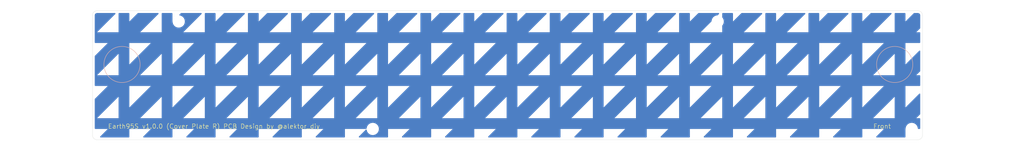
<source format=kicad_pcb>
(kicad_pcb (version 20240108) (generator "pcbnew") (generator_version "8.0")
  (layers (0 "F.Cu" signal) (31 "B.Cu" signal) (34 "B.Paste" user) (35 "F.Paste" user) (36 "B.SilkS" user "B.Silkscreen") (37 "F.SilkS" user "F.Silkscreen") (38 "B.Mask" user) (39 "F.Mask" user) (44 "Edge.Cuts" user))
  (net 0 "")
  (footprint "kbd_Hole:m2_Screw_Hole" (layer "F.Cu") (at 94.25 50.00625)
    (property "Reference" "Ref**" (hide yes))
    (property "Value" "Val**" (hide yes))
    (pad "" np_thru_hole circle (at 0 0) (size 2.2 2.2) (drill 2.2) (layers "F&B.Cu" "*.Mask"))
  )
  (footprint "kbd_Hole:m2_Screw_Hole" (layer "F.Cu") (at 213.3125 50.00625)
    (property "Reference" "Ref**" (hide yes))
    (property "Value" "Val**" (hide yes))
    (pad "" np_thru_hole circle (at 0 0) (size 2.2 2.2) (drill 2.2) (layers "F&B.Cu" "*.Mask"))
  )
  (footprint "kbd_Hole:m2_Screw_Hole" (layer "F.Cu") (at 170.45 26.19375)
    (property "Reference" "Ref**" (hide yes))
    (property "Value" "Val**" (hide yes))
    (pad "" np_thru_hole circle (at 0 0) (size 2.2 2.2) (drill 2.2) (layers "*.Cu" "*.Mask"))
  )
  (footprint "kbd_Hole:m2_Screw_Hole" (layer "F.Cu") (at 51.3875 26.19375)
    (property "Reference" "Ref**" (hide yes))
    (property "Value" "Val**" (hide yes))
    (pad "" np_thru_hole circle (at 0 0) (size 2.2 2.2) (drill 2.2) (layers "*.Cu" "*.Mask"))
  )
  (gr_circle (center 209.55 35.71875) (end 213.55 35.71875) (stroke (width 0.1)) (fill none) (layer "B.SilkS"))
  (gr_circle (center 38.8625 35.71875) (end 38.8625 39.71875) (stroke (width 0.1)) (fill none) (layer "B.SilkS"))
  (gr_arc (start 214.69375 23.8125) (mid 215.400857 24.105393) (end 215.69375 24.8125) (stroke (width 0.05)) (layer "Edge.Cuts"))
  (gr_arc (start 33.3375 52.3875) (mid 32.630393 52.094607) (end 32.3375 51.3875) (stroke (width 0.05)) (layer "Edge.Cuts"))
  (gr_arc (start 32.3375 24.8125) (mid 32.630393 24.105393) (end 33.3375 23.8125) (stroke (width 0.05)) (layer "Edge.Cuts"))
  (gr_line (start 215.69375 51.3875) (end 215.69375 24.8125) (stroke (width 0.05)) (layer "Edge.Cuts"))
  (gr_arc (start 215.69375 51.3875) (mid 215.400857 52.094607) (end 214.69375 52.3875) (stroke (width 0.05)) (layer "Edge.Cuts"))
  (gr_line (start 104.5 23.8125) (end 33.3375 23.8125) (stroke (width 0.05)) (layer "Edge.Cuts"))
  (gr_line (start 214.69375 23.8125) (end 104.5 23.8125) (stroke (width 0.05)) (layer "Edge.Cuts"))
  (gr_line (start 32.3375 24.8125) (end 32.3375 51.3875) (stroke (width 0.05)) (layer "Edge.Cuts"))
  (gr_line (start 214.69375 52.3875) (end 33.3375 52.3875) (stroke (width 0.05)) (layer "Edge.Cuts"))
  (gr_text "Earth95S v1.0.0 (Cover Plate R) PCB Design by @alektor_diy" (at 35.71875 50.00625 0) (layer "F.SilkS") (effects (font (size 1 1) (thickness 0.1)) (justify left bottom)))
  (gr_text "Front" (at 204.7875 50.00625 0) (layer "F.SilkS") (effects (font (size 1 1) (thickness 0.1)) (justify left bottom)))
  (zone (net 0) (net_name "") (layer "B.Cu") (connect_pads (clearance 0)) (min_thickness 0.25)
    (keepout (tracks allowed) (vias allowed) (pads allowed) (copperpour not_allowed) (footprints allowed))
    (fill (thermal_gap 0.5) (thermal_bridge_width 0.5))
    (polygon (pts (xy 78.58125 21.43125) (xy 78.58125 26.19375) (xy 83.34375 21.43125)))
  )
  (zone (net 0) (net_name "") (layer "B.Cu") (connect_pads (clearance 0)) (min_thickness 0.25)
    (keepout (tracks allowed) (vias allowed) (pads allowed) (copperpour not_allowed) (footprints allowed))
    (fill (thermal_gap 0.5) (thermal_bridge_width 0.5))
    (polygon (pts (xy 183.35625 30.95625) (xy 183.35625 35.71875) (xy 188.11875 30.95625)))
  )
  (zone (net 0) (net_name "") (layer "B.Cu") (connect_pads (clearance 0)) (min_thickness 0.25)
    (keepout (tracks allowed) (vias allowed) (pads allowed) (copperpour not_allowed) (footprints allowed))
    (fill (thermal_gap 0.5) (thermal_bridge_width 0.5))
    (polygon (pts (xy 190.5 23.8125) (xy 185.7375 28.575) (xy 190.5 28.575)))
  )
  (zone (net 0) (net_name "") (layer "B.Cu") (connect_pads (clearance 0)) (min_thickness 0.25)
    (keepout (tracks allowed) (vias allowed) (pads allowed) (copperpour not_allowed) (footprints allowed))
    (fill (thermal_gap 0.5) (thermal_bridge_width 0.5))
    (polygon (pts (xy 183.35625 21.43125) (xy 183.35625 26.19375) (xy 188.11875 21.43125)))
  )
  (zone (net 0) (net_name "") (layer "B.Cu") (connect_pads (clearance 0)) (min_thickness 0.25)
    (keepout (tracks allowed) (vias allowed) (pads allowed) (copperpour not_allowed) (footprints allowed))
    (fill (thermal_gap 0.5) (thermal_bridge_width 0.5))
    (polygon (pts (xy 59.53125 40.48125) (xy 59.53125 45.24375) (xy 64.29375 40.48125)))
  )
  (zone (net 0) (net_name "") (layer "B.Cu") (connect_pads (clearance 0)) (min_thickness 0.25)
    (keepout (tracks allowed) (vias allowed) (pads allowed) (copperpour not_allowed) (footprints allowed))
    (fill (thermal_gap 0.5) (thermal_bridge_width 0.5))
    (polygon (pts (xy 123.825 33.3375) (xy 119.0625 38.1) (xy 123.825 38.1)))
  )
  (zone (net 0) (net_name "") (layer "B.Cu") (connect_pads (clearance 0)) (min_thickness 0.25)
    (keepout (tracks allowed) (vias allowed) (pads allowed) (copperpour not_allowed) (footprints allowed))
    (fill (thermal_gap 0.5) (thermal_bridge_width 0.5))
    (polygon (pts (xy 95.25 42.8625) (xy 90.4875 47.625) (xy 95.25 47.625)))
  )
  (zone (net 0) (net_name "") (layer "B.Cu") (connect_pads (clearance 0)) (min_thickness 0.25)
    (keepout (tracks allowed) (vias allowed) (pads allowed) (copperpour not_allowed) (footprints allowed))
    (fill (thermal_gap 0.5) (thermal_bridge_width 0.5))
    (polygon (pts (xy 57.15 23.8125) (xy 52.3875 28.575) (xy 57.15 28.575)))
  )
  (zone (net 0) (net_name "") (layer "B.Cu") (connect_pads (clearance 0)) (min_thickness 0.25)
    (keepout (tracks allowed) (vias allowed) (pads allowed) (copperpour not_allowed) (footprints allowed))
    (fill (thermal_gap 0.5) (thermal_bridge_width 0.5))
    (polygon (pts (xy 171.45 33.3375) (xy 166.6875 38.1) (xy 171.45 38.1)))
  )
  (zone (net 0) (net_name "") (layer "B.Cu") (connect_pads (clearance 0)) (min_thickness 0.25)
    (keepout (tracks allowed) (vias allowed) (pads allowed) (copperpour not_allowed) (footprints allowed))
    (fill (thermal_gap 0.5) (thermal_bridge_width 0.5))
    (polygon (pts (xy 238.125 42.8625) (xy 233.3625 47.625) (xy 238.125 47.625)))
  )
  (zone (net 0) (net_name "") (layer "B.Cu") (connect_pads (clearance 0)) (min_thickness 0.25)
    (keepout (tracks allowed) (vias allowed) (pads allowed) (copperpour not_allowed) (footprints allowed))
    (fill (thermal_gap 0.5) (thermal_bridge_width 0.5))
    (polygon (pts (xy 202.40625 50.00625) (xy 202.40625 54.76875) (xy 207.16875 50.00625)))
  )
  (zone (net 0) (net_name "") (layer "B.Cu") (connect_pads (clearance 0)) (min_thickness 0.25)
    (keepout (tracks allowed) (vias allowed) (pads allowed) (copperpour not_allowed) (footprints allowed))
    (fill (thermal_gap 0.5) (thermal_bridge_width 0.5))
    (polygon (pts (xy 116.68125 21.43125) (xy 116.68125 26.19375) (xy 121.44375 21.43125)))
  )
  (zone (net 0) (net_name "") (layer "B.Cu") (connect_pads (clearance 0)) (min_thickness 0.25)
    (keepout (tracks allowed) (vias allowed) (pads allowed) (copperpour not_allowed) (footprints allowed))
    (fill (thermal_gap 0.5) (thermal_bridge_width 0.5))
    (polygon (pts (xy 78.58125 40.48125) (xy 78.58125 45.24375) (xy 83.34375 40.48125)))
  )
  (zone (net 0) (net_name "") (layer "B.Cu") (connect_pads (clearance 0)) (min_thickness 0.25)
    (keepout (tracks allowed) (vias allowed) (pads allowed) (copperpour not_allowed) (footprints allowed))
    (fill (thermal_gap 0.5) (thermal_bridge_width 0.5))
    (polygon (pts (xy 69.05625 21.43125) (xy 69.05625 26.19375) (xy 73.81875 21.43125)))
  )
  (zone (net 0) (net_name "") (layer "B.Cu") (connect_pads (clearance 0)) (min_thickness 0.25)
    (keepout (tracks allowed) (vias allowed) (pads allowed) (copperpour not_allowed) (footprints allowed))
    (fill (thermal_gap 0.5) (thermal_bridge_width 0.5))
    (polygon (pts (xy 88.10625 30.95625) (xy 88.10625 35.71875) (xy 92.86875 30.95625)))
  )
  (zone (net 0) (net_name "") (layer "B.Cu") (connect_pads (clearance 0)) (min_thickness 0.25)
    (keepout (tracks allowed) (vias allowed) (pads allowed) (copperpour not_allowed) (footprints allowed))
    (fill (thermal_gap 0.5) (thermal_bridge_width 0.5))
    (polygon (pts (xy 66.675 23.8125) (xy 61.9125 28.575) (xy 66.675 28.575)))
  )
  (zone (net 0) (net_name "") (layer "B.Cu") (connect_pads (clearance 0)) (min_thickness 0.25)
    (keepout (tracks allowed) (vias allowed) (pads allowed) (copperpour not_allowed) (footprints allowed))
    (fill (thermal_gap 0.5) (thermal_bridge_width 0.5))
    (polygon (pts (xy 76.2 33.3375) (xy 71.4375 38.1) (xy 76.2 38.1)))
  )
  (zone (net 0) (net_name "") (layer "B.Cu") (connect_pads (clearance 0)) (min_thickness 0.25)
    (keepout (tracks allowed) (vias allowed) (pads allowed) (copperpour not_allowed) (footprints allowed))
    (fill (thermal_gap 0.5) (thermal_bridge_width 0.5))
    (polygon (pts (xy 85.725 33.3375) (xy 80.9625 38.1) (xy 85.725 38.1)))
  )
  (zone (net 0) (net_name "") (layer "B.Cu") (connect_pads (clearance 0)) (min_thickness 0.25)
    (keepout (tracks allowed) (vias allowed) (pads allowed) (copperpour not_allowed) (footprints allowed))
    (fill (thermal_gap 0.5) (thermal_bridge_width 0.5))
    (polygon (pts (xy 85.725 23.8125) (xy 80.9625 28.575) (xy 85.725 28.575)))
  )
  (zone (net 0) (net_name "") (layer "B.Cu") (connect_pads (clearance 0)) (min_thickness 0.25)
    (keepout (tracks allowed) (vias allowed) (pads allowed) (copperpour not_allowed) (footprints allowed))
    (fill (thermal_gap 0.5) (thermal_bridge_width 0.5))
    (polygon (pts (xy 40.48125 21.43125) (xy 40.48125 26.19375) (xy 45.24375 21.43125)))
  )
  (zone (net 0) (net_name "") (layer "B.Cu") (connect_pads (clearance 0.5)) (min_thickness 0.25) (fill yes (thermal_gap 0.5) (thermal_bridge_width 0.5) (island_removal_mode 1) (island_area_min 10))
    (polygon (pts (xy 30.95625 21.43125) (xy 30.95625 54.76875) (xy 219.075 54.76875) (xy 219.075 21.43125)))
  )
  (zone (net 0) (net_name "") (layer "B.Cu") (connect_pads (clearance 0)) (min_thickness 0.25)
    (keepout (tracks allowed) (vias allowed) (pads allowed) (copperpour not_allowed) (footprints allowed))
    (fill (thermal_gap 0.5) (thermal_bridge_width 0.5))
    (polygon (pts (xy 40.48125 50.00625) (xy 40.48125 54.76875) (xy 45.24375 50.00625)))
  )
  (zone (net 0) (net_name "") (layer "B.Cu") (connect_pads (clearance 0)) (min_thickness 0.25)
    (keepout (tracks allowed) (vias allowed) (pads allowed) (copperpour not_allowed) (footprints allowed))
    (fill (thermal_gap 0.5) (thermal_bridge_width 0.5))
    (polygon (pts (xy 200.025 52.3875) (xy 195.2625 57.15) (xy 200.025 57.15)))
  )
  (zone (net 0) (net_name "") (layer "B.Cu") (connect_pads (clearance 0)) (min_thickness 0.25)
    (keepout (tracks allowed) (vias allowed) (pads allowed) (copperpour not_allowed) (footprints allowed))
    (fill (thermal_gap 0.5) (thermal_bridge_width 0.5))
    (polygon (pts (xy 69.05625 50.00625) (xy 69.05625 54.76875) (xy 73.81875 50.00625)))
  )
  (zone (net 0) (net_name "") (layer "B.Cu") (connect_pads (clearance 0)) (min_thickness 0.25)
    (keepout (tracks allowed) (vias allowed) (pads allowed) (copperpour not_allowed) (footprints allowed))
    (fill (thermal_gap 0.5) (thermal_bridge_width 0.5))
    (polygon (pts (xy 116.68125 30.95625) (xy 116.68125 35.71875) (xy 121.44375 30.95625)))
  )
  (zone (net 0) (net_name "") (layer "B.Cu") (connect_pads (clearance 0)) (min_thickness 0.25)
    (keepout (tracks allowed) (vias allowed) (pads allowed) (copperpour not_allowed) (footprints allowed))
    (fill (thermal_gap 0.5) (thermal_bridge_width 0.5))
    (polygon (pts (xy 123.825 42.8625) (xy 119.0625 47.625) (xy 123.825 47.625)))
  )
  (zone (net 0) (net_name "") (layer "B.Cu") (connect_pads (clearance 0)) (min_thickness 0.25)
    (keepout (tracks allowed) (vias allowed) (pads allowed) (copperpour not_allowed) (footprints allowed))
    (fill (thermal_gap 0.5) (thermal_bridge_width 0.5))
    (polygon (pts (xy 38.1 42.8625) (xy 33.3375 47.625) (xy 38.1 47.625)))
  )
  (zone (net 0) (net_name "") (layer "B.Cu") (connect_pads (clearance 0)) (min_thickness 0.25)
    (keepout (tracks allowed) (vias allowed) (pads allowed) (copperpour not_allowed) (footprints allowed))
    (fill (thermal_gap 0.5) (thermal_bridge_width 0.5))
    (polygon (pts (xy 78.58125 30.95625) (xy 78.58125 35.71875) (xy 83.34375 30.95625)))
  )
  (zone (net 0) (net_name "") (layer "B.Cu") (connect_pads (clearance 0)) (min_thickness 0.25)
    (keepout (tracks allowed) (vias allowed) (pads allowed) (copperpour not_allowed) (footprints allowed))
    (fill (thermal_gap 0.5) (thermal_bridge_width 0.5))
    (polygon (pts (xy 133.35 42.8625) (xy 128.5875 47.625) (xy 133.35 47.625)))
  )
  (zone (net 0) (net_name "") (layer "B.Cu") (connect_pads (clearance 0)) (min_thickness 0.25)
    (keepout (tracks allowed) (vias allowed) (pads allowed) (copperpour not_allowed) (footprints allowed))
    (fill (thermal_gap 0.5) (thermal_bridge_width 0.5))
    (polygon (pts (xy 142.875 33.3375) (xy 138.1125 38.1) (xy 142.875 38.1)))
  )
  (zone (net 0) (net_name "") (layer "B.Cu") (connect_pads (clearance 0)) (min_thickness 0.25)
    (keepout (tracks allowed) (vias allowed) (pads allowed) (copperpour not_allowed) (footprints allowed))
    (fill (thermal_gap 0.5) (thermal_bridge_width 0.5))
    (polygon (pts (xy 47.625 52.3875) (xy 42.8625 57.15) (xy 47.625 57.15)))
  )
  (zone (net 0) (net_name "") (layer "B.Cu") (connect_pads (clearance 0)) (min_thickness 0.25)
    (keepout (tracks allowed) (vias allowed) (pads allowed) (copperpour not_allowed) (footprints allowed))
    (fill (thermal_gap 0.5) (thermal_bridge_width 0.5))
    (polygon (pts (xy 97.63125 21.43125) (xy 97.63125 26.19375) (xy 102.39375 21.43125)))
  )
  (zone (net 0) (net_name "") (layer "B.Cu") (connect_pads (clearance 0)) (min_thickness 0.25)
    (keepout (tracks allowed) (vias allowed) (pads allowed) (copperpour not_allowed) (footprints allowed))
    (fill (thermal_gap 0.5) (thermal_bridge_width 0.5))
    (polygon (pts (xy 21.43125 21.43125) (xy 21.43125 26.19375) (xy 26.19375 21.43125)))
  )
  (zone (net 0) (net_name "") (layer "B.Cu") (connect_pads (clearance 0)) (min_thickness 0.25)
    (keepout (tracks allowed) (vias allowed) (pads allowed) (copperpour not_allowed) (footprints allowed))
    (fill (thermal_gap 0.5) (thermal_bridge_width 0.5))
    (polygon (pts (xy 66.675 42.8625) (xy 61.9125 47.625) (xy 66.675 47.625)))
  )
  (zone (net 0) (net_name "") (layer "B.Cu") (connect_pads (clearance 0)) (min_thickness 0.25)
    (keepout (tracks allowed) (vias allowed) (pads allowed) (copperpour not_allowed) (footprints allowed))
    (fill (thermal_gap 0.5) (thermal_bridge_width 0.5))
    (polygon (pts (xy 219.075 42.8625) (xy 214.3125 47.625) (xy 219.075 47.625)))
  )
  (zone (net 0) (net_name "") (layer "B.Cu") (connect_pads (clearance 0)) (min_thickness 0.25)
    (keepout (tracks allowed) (vias allowed) (pads allowed) (copperpour not_allowed) (footprints allowed))
    (fill (thermal_gap 0.5) (thermal_bridge_width 0.5))
    (polygon (pts (xy 183.35625 50.00625) (xy 183.35625 54.76875) (xy 188.11875 50.00625)))
  )
  (zone (net 0) (net_name "") (layer "B.Cu") (connect_pads (clearance 0)) (min_thickness 0.25)
    (keepout (tracks allowed) (vias allowed) (pads allowed) (copperpour not_allowed) (footprints allowed))
    (fill (thermal_gap 0.5) (thermal_bridge_width 0.5))
    (polygon (pts (xy 88.10625 21.43125) (xy 88.10625 26.19375) (xy 92.86875 21.43125)))
  )
  (zone (net 0) (net_name "") (layer "B.Cu") (connect_pads (clearance 0)) (min_thickness 0.25)
    (keepout (tracks allowed) (vias allowed) (pads allowed) (copperpour not_allowed) (footprints allowed))
    (fill (thermal_gap 0.5) (thermal_bridge_width 0.5))
    (polygon (pts (xy 230.98125 50.00625) (xy 230.98125 54.76875) (xy 235.74375 50.00625)))
  )
  (zone (net 0) (net_name "") (layer "B.Cu") (connect_pads (clearance 0)) (min_thickness 0.25)
    (keepout (tracks allowed) (vias allowed) (pads allowed) (copperpour not_allowed) (footprints allowed))
    (fill (thermal_gap 0.5) (thermal_bridge_width 0.5))
    (polygon (pts (xy 221.45625 21.43125) (xy 221.45625 26.19375) (xy 226.21875 21.43125)))
  )
  (zone (net 0) (net_name "") (layer "B.Cu") (connect_pads (clearance 0)) (min_thickness 0.25)
    (keepout (tracks allowed) (vias allowed) (pads allowed) (copperpour not_allowed) (footprints allowed))
    (fill (thermal_gap 0.5) (thermal_bridge_width 0.5))
    (polygon (pts (xy 59.53125 21.43125) (xy 59.53125 26.19375) (xy 64.29375 21.43125)))
  )
  (zone (net 0) (net_name "") (layer "B.Cu") (connect_pads (clearance 0)) (min_thickness 0.25)
    (keepout (tracks allowed) (vias allowed) (pads allowed) (copperpour not_allowed) (footprints allowed))
    (fill (thermal_gap 0.5) (thermal_bridge_width 0.5))
    (polygon (pts (xy 114.3 52.3875) (xy 109.5375 57.15) (xy 114.3 57.15)))
  )
  (zone (net 0) (net_name "") (layer "B.Cu") (connect_pads (clearance 0)) (min_thickness 0.25)
    (keepout (tracks allowed) (vias allowed) (pads allowed) (copperpour not_allowed) (footprints allowed))
    (fill (thermal_gap 0.5) (thermal_bridge_width 0.5))
    (polygon (pts (xy 85.725 52.3875) (xy 80.9625 57.15) (xy 85.725 57.15)))
  )
  (zone (net 0) (net_name "") (layer "B.Cu") (connect_pads (clearance 0)) (min_thickness 0.25)
    (keepout (tracks allowed) (vias allowed) (pads allowed) (copperpour not_allowed) (footprints allowed))
    (fill (thermal_gap 0.5) (thermal_bridge_width 0.5))
    (polygon (pts (xy 28.575 52.3875) (xy 23.8125 57.15) (xy 28.575 57.15)))
  )
  (zone (net 0) (net_name "") (layer "B.Cu") (connect_pads (clearance 0)) (min_thickness 0.25)
    (keepout (tracks allowed) (vias allowed) (pads allowed) (copperpour not_allowed) (footprints allowed))
    (fill (thermal_gap 0.5) (thermal_bridge_width 0.5))
    (polygon (pts (xy 104.775 42.8625) (xy 100.0125 47.625) (xy 104.775 47.625)))
  )
  (zone (net 0) (net_name "") (layer "B.Cu") (connect_pads (clearance 0)) (min_thickness 0.25)
    (keepout (tracks allowed) (vias allowed) (pads allowed) (copperpour not_allowed) (footprints allowed))
    (fill (thermal_gap 0.5) (thermal_bridge_width 0.5))
    (polygon (pts (xy 114.3 23.8125) (xy 109.5375 28.575) (xy 114.3 28.575)))
  )
  (zone (net 0) (net_name "") (layer "B.Cu") (connect_pads (clearance 0)) (min_thickness 0.25)
    (keepout (tracks allowed) (vias allowed) (pads allowed) (copperpour not_allowed) (footprints allowed))
    (fill (thermal_gap 0.5) (thermal_bridge_width 0.5))
    (polygon (pts (xy 183.35625 40.48125) (xy 183.35625 45.24375) (xy 188.11875 40.48125)))
  )
  (zone (net 0) (net_name "") (layer "B.Cu") (connect_pads (clearance 0)) (min_thickness 0.25)
    (keepout (tracks allowed) (vias allowed) (pads allowed) (copperpour not_allowed) (footprints allowed))
    (fill (thermal_gap 0.5) (thermal_bridge_width 0.5))
    (polygon (pts (xy 152.4 52.3875) (xy 147.6375 57.15) (xy 152.4 57.15)))
  )
  (zone (net 0) (net_name "") (layer "B.Cu") (connect_pads (clearance 0)) (min_thickness 0.25)
    (keepout (tracks allowed) (vias allowed) (pads allowed) (copperpour not_allowed) (footprints allowed))
    (fill (thermal_gap 0.5) (thermal_bridge_width 0.5))
    (polygon (pts (xy 11.90625 50.00625) (xy 11.90625 54.76875) (xy 16.66875 50.00625)))
  )
  (zone (net 0) (net_name "") (layer "B.Cu") (connect_pads (clearance 0)) (min_thickness 0.25)
    (keepout (tracks allowed) (vias allowed) (pads allowed) (copperpour not_allowed) (footprints allowed))
    (fill (thermal_gap 0.5) (thermal_bridge_width 0.5))
    (polygon (pts (xy 66.675 52.3875) (xy 61.9125 57.15) (xy 66.675 57.15)))
  )
  (zone (net 0) (net_name "") (layer "B.Cu") (connect_pads (clearance 0)) (min_thickness 0.25)
    (keepout (tracks allowed) (vias allowed) (pads allowed) (copperpour not_allowed) (footprints allowed))
    (fill (thermal_gap 0.5) (thermal_bridge_width 0.5))
    (polygon (pts (xy 173.83125 40.48125) (xy 173.83125 45.24375) (xy 178.59375 40.48125)))
  )
  (zone (net 0) (net_name "") (layer "B.Cu") (connect_pads (clearance 0)) (min_thickness 0.25)
    (keepout (tracks allowed) (vias allowed) (pads allowed) (copperpour not_allowed) (footprints allowed))
    (fill (thermal_gap 0.5) (thermal_bridge_width 0.5))
    (polygon (pts (xy 40.48125 40.48125) (xy 40.48125 45.24375) (xy 45.24375 40.48125)))
  )
  (zone (net 0) (net_name "") (layer "B.Cu") (connect_pads (clearance 0)) (min_thickness 0.25)
    (keepout (tracks allowed) (vias allowed) (pads allowed) (copperpour not_allowed) (footprints allowed))
    (fill (thermal_gap 0.5) (thermal_bridge_width 0.5))
    (polygon (pts (xy 40.48125 30.95625) (xy 40.48125 35.71875) (xy 45.24375 30.95625)))
  )
  (zone (net 0) (net_name "") (layer "B.Cu") (connect_pads (clearance 0)) (min_thickness 0.25)
    (keepout (tracks allowed) (vias allowed) (pads allowed) (copperpour not_allowed) (footprints allowed))
    (fill (thermal_gap 0.5) (thermal_bridge_width 0.5))
    (polygon (pts (xy 173.83125 50.00625) (xy 173.83125 54.76875) (xy 178.59375 50.00625)))
  )
  (zone (net 0) (net_name "") (layer "B.Cu") (connect_pads (clearance 0)) (min_thickness 0.25)
    (keepout (tracks allowed) (vias allowed) (pads allowed) (copperpour not_allowed) (footprints allowed))
    (fill (thermal_gap 0.5) (thermal_bridge_width 0.5))
    (polygon (pts (xy 171.45 42.8625) (xy 166.6875 47.625) (xy 171.45 47.625)))
  )
  (zone (net 0) (net_name "") (layer "B.Cu") (connect_pads (clearance 0)) (min_thickness 0.25)
    (keepout (tracks allowed) (vias allowed) (pads allowed) (copperpour not_allowed) (footprints allowed))
    (fill (thermal_gap 0.5) (thermal_bridge_width 0.5))
    (polygon (pts (xy 192.88125 50.00625) (xy 192.88125 54.76875) (xy 197.64375 50.00625)))
  )
  (zone (net 0) (net_name "") (layer "B.Cu") (connect_pads (clearance 0)) (min_thickness 0.25)
    (keepout (tracks allowed) (vias allowed) (pads allowed) (copperpour not_allowed) (footprints allowed))
    (fill (thermal_gap 0.5) (thermal_bridge_width 0.5))
    (polygon (pts (xy 50.00625 40.48125) (xy 50.00625 45.24375) (xy 54.76875 40.48125)))
  )
  (zone (net 0) (net_name "") (layer "B.Cu") (connect_pads (clearance 0)) (min_thickness 0.25)
    (keepout (tracks allowed) (vias allowed) (pads allowed) (copperpour not_allowed) (footprints allowed))
    (fill (thermal_gap 0.5) (thermal_bridge_width 0.5))
    (polygon (pts (xy 21.43125 30.95625) (xy 21.43125 35.71875) (xy 26.19375 30.95625)))
  )
  (zone (net 0) (net_name "") (layer "B.Cu") (connect_pads (clearance 0)) (min_thickness 0.25)
    (keepout (tracks allowed) (vias allowed) (pads allowed) (copperpour not_allowed) (footprints allowed))
    (fill (thermal_gap 0.5) (thermal_bridge_width 0.5))
    (polygon (pts (xy 114.3 42.8625) (xy 109.5375 47.625) (xy 114.3 47.625)))
  )
  (zone (net 0) (net_name "") (layer "B.Cu") (connect_pads (clearance 0)) (min_thickness 0.25)
    (keepout (tracks allowed) (vias allowed) (pads allowed) (copperpour not_allowed) (footprints allowed))
    (fill (thermal_gap 0.5) (thermal_bridge_width 0.5))
    (polygon (pts (xy 230.98125 21.43125) (xy 230.98125 26.19375) (xy 235.74375 21.43125)))
  )
  (zone (net 0) (net_name "") (layer "B.Cu") (connect_pads (clearance 0)) (min_thickness 0.25)
    (keepout (tracks allowed) (vias allowed) (pads allowed) (copperpour not_allowed) (footprints allowed))
    (fill (thermal_gap 0.5) (thermal_bridge_width 0.5))
    (polygon (pts (xy 19.05 23.8125) (xy 14.2875 28.575) (xy 19.05 28.575)))
  )
  (zone (net 0) (net_name "") (layer "B.Cu") (connect_pads (clearance 0)) (min_thickness 0.25)
    (keepout (tracks allowed) (vias allowed) (pads allowed) (copperpour not_allowed) (footprints allowed))
    (fill (thermal_gap 0.5) (thermal_bridge_width 0.5))
    (polygon (pts (xy 126.20625 21.43125) (xy 126.20625 26.19375) (xy 130.96875 21.43125)))
  )
  (zone (net 0) (net_name "") (layer "B.Cu") (connect_pads (clearance 0)) (min_thickness 0.25)
    (keepout (tracks allowed) (vias allowed) (pads allowed) (copperpour not_allowed) (footprints allowed))
    (fill (thermal_gap 0.5) (thermal_bridge_width 0.5))
    (polygon (pts (xy 200.025 23.8125) (xy 195.2625 28.575) (xy 200.025 28.575)))
  )
  (zone (net 0) (net_name "") (layer "B.Cu") (connect_pads (clearance 0)) (min_thickness 0.25)
    (keepout (tracks allowed) (vias allowed) (pads allowed) (copperpour not_allowed) (footprints allowed))
    (fill (thermal_gap 0.5) (thermal_bridge_width 0.5))
    (polygon (pts (xy 238.125 33.3375) (xy 233.3625 38.1) (xy 238.125 38.1)))
  )
  (zone (net 0) (net_name "") (layer "B.Cu") (connect_pads (clearance 0)) (min_thickness 0.25)
    (keepout (tracks allowed) (vias allowed) (pads allowed) (copperpour not_allowed) (footprints allowed))
    (fill (thermal_gap 0.5) (thermal_bridge_width 0.5))
    (polygon (pts (xy 190.5 42.8625) (xy 185.7375 47.625) (xy 190.5 47.625)))
  )
  (zone (net 0) (net_name "") (layer "B.Cu") (connect_pads (clearance 0)) (min_thickness 0.25)
    (keepout (tracks allowed) (vias allowed) (pads allowed) (copperpour not_allowed) (footprints allowed))
    (fill (thermal_gap 0.5) (thermal_bridge_width 0.5))
    (polygon (pts (xy 104.775 52.3875) (xy 100.0125 57.15) (xy 104.775 57.15)))
  )
  (zone (net 0) (net_name "") (layer "B.Cu") (connect_pads (clearance 0)) (min_thickness 0.25)
    (keepout (tracks allowed) (vias allowed) (pads allowed) (copperpour not_allowed) (footprints allowed))
    (fill (thermal_gap 0.5) (thermal_bridge_width 0.5))
    (polygon (pts (xy 123.825 52.3875) (xy 119.0625 57.15) (xy 123.825 57.15)))
  )
  (zone (net 0) (net_name "") (layer "B.Cu") (connect_pads (clearance 0)) (min_thickness 0.25)
    (keepout (tracks allowed) (vias allowed) (pads allowed) (copperpour not_allowed) (footprints allowed))
    (fill (thermal_gap 0.5) (thermal_bridge_width 0.5))
    (polygon (pts (xy 228.6 42.8625) (xy 223.8375 47.625) (xy 228.6 47.625)))
  )
  (zone (net 0) (net_name "") (layer "B.Cu") (connect_pads (clearance 0)) (min_thickness 0.25)
    (keepout (tracks allowed) (vias allowed) (pads allowed) (copperpour not_allowed) (footprints allowed))
    (fill (thermal_gap 0.5) (thermal_bridge_width 0.5))
    (polygon (pts (xy 142.875 52.3875) (xy 138.1125 57.15) (xy 142.875 57.15)))
  )
  (zone (net 0) (net_name "") (layer "B.Cu") (connect_pads (clearance 0)) (min_thickness 0.25)
    (keepout (tracks allowed) (vias allowed) (pads allowed) (copperpour not_allowed) (footprints allowed))
    (fill (thermal_gap 0.5) (thermal_bridge_width 0.5))
    (polygon (pts (xy 200.025 33.3375) (xy 195.2625 38.1) (xy 200.025 38.1)))
  )
  (zone (net 0) (net_name "") (layer "B.Cu") (connect_pads (clearance 0)) (min_thickness 0.25)
    (keepout (tracks allowed) (vias allowed) (pads allowed) (copperpour not_allowed) (footprints allowed))
    (fill (thermal_gap 0.5) (thermal_bridge_width 0.5))
    (polygon (pts (xy 202.40625 30.95625) (xy 202.40625 35.71875) (xy 207.16875 30.95625)))
  )
  (zone (net 0) (net_name "") (layer "B.Cu") (connect_pads (clearance 0)) (min_thickness 0.25)
    (keepout (tracks allowed) (vias allowed) (pads allowed) (copperpour not_allowed) (footprints allowed))
    (fill (thermal_gap 0.5) (thermal_bridge_width 0.5))
    (polygon (pts (xy 190.5 52.3875) (xy 185.7375 57.15) (xy 190.5 57.15)))
  )
  (zone (net 0) (net_name "") (layer "B.Cu") (connect_pads (clearance 0)) (min_thickness 0.25)
    (keepout (tracks allowed) (vias allowed) (pads allowed) (copperpour not_allowed) (footprints allowed))
    (fill (thermal_gap 0.5) (thermal_bridge_width 0.5))
    (polygon (pts (xy 30.95625 40.48125) (xy 30.95625 45.24375) (xy 35.71875 40.48125)))
  )
  (zone (net 0) (net_name "") (layer "B.Cu") (connect_pads (clearance 0)) (min_thickness 0.25)
    (keepout (tracks allowed) (vias allowed) (pads allowed) (copperpour not_allowed) (footprints allowed))
    (fill (thermal_gap 0.5) (thermal_bridge_width 0.5))
    (polygon (pts (xy 28.575 42.8625) (xy 23.8125 47.625) (xy 28.575 47.625)))
  )
  (zone (net 0) (net_name "") (layer "B.Cu") (connect_pads (clearance 0)) (min_thickness 0.25)
    (keepout (tracks allowed) (vias allowed) (pads allowed) (copperpour not_allowed) (footprints allowed))
    (fill (thermal_gap 0.5) (thermal_bridge_width 0.5))
    (polygon (pts (xy 238.125 52.3875) (xy 233.3625 57.15) (xy 238.125 57.15)))
  )
  (zone (net 0) (net_name "") (layer "B.Cu") (connect_pads (clearance 0)) (min_thickness 0.25)
    (keepout (tracks allowed) (vias allowed) (pads allowed) (copperpour not_allowed) (footprints allowed))
    (fill (thermal_gap 0.5) (thermal_bridge_width 0.5))
    (polygon (pts (xy 228.6 23.8125) (xy 223.8375 28.575) (xy 228.6 28.575)))
  )
  (zone (net 0) (net_name "") (layer "B.Cu") (connect_pads (clearance 0)) (min_thickness 0.25)
    (keepout (tracks allowed) (vias allowed) (pads allowed) (copperpour not_allowed) (footprints allowed))
    (fill (thermal_gap 0.5) (thermal_bridge_width 0.5))
    (polygon (pts (xy 19.05 33.3375) (xy 14.2875 38.1) (xy 19.05 38.1)))
  )
  (zone (net 0) (net_name "") (layer "B.Cu") (connect_pads (clearance 0)) (min_thickness 0.25)
    (keepout (tracks allowed) (vias allowed) (pads allowed) (copperpour not_allowed) (footprints allowed))
    (fill (thermal_gap 0.5) (thermal_bridge_width 0.5))
    (polygon (pts (xy 11.90625 30.95625) (xy 11.90625 35.71875) (xy 16.66875 30.95625)))
  )
  (zone (net 0) (net_name "") (layer "B.Cu") (connect_pads (clearance 0)) (min_thickness 0.25)
    (keepout (tracks allowed) (vias allowed) (pads allowed) (copperpour not_allowed) (footprints allowed))
    (fill (thermal_gap 0.5) (thermal_bridge_width 0.5))
    (polygon (pts (xy 238.125 23.8125) (xy 233.3625 28.575) (xy 238.125 28.575)))
  )
  (zone (net 0) (net_name "") (layer "B.Cu") (connect_pads (clearance 0)) (min_thickness 0.25)
    (keepout (tracks allowed) (vias allowed) (pads allowed) (copperpour not_allowed) (footprints allowed))
    (fill (thermal_gap 0.5) (thermal_bridge_width 0.5))
    (polygon (pts (xy 107.15625 21.43125) (xy 107.15625 26.19375) (xy 111.91875 21.43125)))
  )
  (zone (net 0) (net_name "") (layer "B.Cu") (connect_pads (clearance 0)) (min_thickness 0.25)
    (keepout (tracks allowed) (vias allowed) (pads allowed) (copperpour not_allowed) (footprints allowed))
    (fill (thermal_gap 0.5) (thermal_bridge_width 0.5))
    (polygon (pts (xy 95.25 23.8125) (xy 90.4875 28.575) (xy 95.25 28.575)))
  )
  (zone (net 0) (net_name "") (layer "B.Cu") (connect_pads (clearance 0)) (min_thickness 0.25)
    (keepout (tracks allowed) (vias allowed) (pads allowed) (copperpour not_allowed) (footprints allowed))
    (fill (thermal_gap 0.5) (thermal_bridge_width 0.5))
    (polygon (pts (xy 221.45625 40.48125) (xy 221.45625 45.24375) (xy 226.21875 40.48125)))
  )
  (zone (net 0) (net_name "") (layer "B.Cu") (connect_pads (clearance 0)) (min_thickness 0.25)
    (keepout (tracks allowed) (vias allowed) (pads allowed) (copperpour not_allowed) (footprints allowed))
    (fill (thermal_gap 0.5) (thermal_bridge_width 0.5))
    (polygon (pts (xy 135.73125 40.48125) (xy 135.73125 45.24375) (xy 140.49375 40.48125)))
  )
  (zone (net 0) (net_name "") (layer "B.Cu") (connect_pads (clearance 0)) (min_thickness 0.25)
    (keepout (tracks allowed) (vias allowed) (pads allowed) (copperpour not_allowed) (footprints allowed))
    (fill (thermal_gap 0.5) (thermal_bridge_width 0.5))
    (polygon (pts (xy 30.95625 30.95625) (xy 30.95625 35.71875) (xy 35.71875 30.95625)))
  )
  (zone (net 0) (net_name "") (layer "B.Cu") (connect_pads (clearance 0)) (min_thickness 0.25)
    (keepout (tracks allowed) (vias allowed) (pads allowed) (copperpour not_allowed) (footprints allowed))
    (fill (thermal_gap 0.5) (thermal_bridge_width 0.5))
    (polygon (pts (xy 180.975 33.3375) (xy 176.2125 38.1) (xy 180.975 38.1)))
  )
  (zone (net 0) (net_name "") (layer "B.Cu") (connect_pads (clearance 0)) (min_thickness 0.25)
    (keepout (tracks allowed) (vias allowed) (pads allowed) (copperpour not_allowed) (footprints allowed))
    (fill (thermal_gap 0.5) (thermal_bridge_width 0.5))
    (polygon (pts (xy 152.4 33.3375) (xy 147.6375 38.1) (xy 152.4 38.1)))
  )
  (zone (net 0) (net_name "") (layer "B.Cu") (connect_pads (clearance 0)) (min_thickness 0.25)
    (keepout (tracks allowed) (vias allowed) (pads allowed) (copperpour not_allowed) (footprints allowed))
    (fill (thermal_gap 0.5) (thermal_bridge_width 0.5))
    (polygon (pts (xy 180.975 42.8625) (xy 176.2125 47.625) (xy 180.975 47.625)))
  )
  (zone (net 0) (net_name "") (layer "B.Cu") (connect_pads (clearance 0)) (min_thickness 0.25)
    (keepout (tracks allowed) (vias allowed) (pads allowed) (copperpour not_allowed) (footprints allowed))
    (fill (thermal_gap 0.5) (thermal_bridge_width 0.5))
    (polygon (pts (xy 47.625 33.3375) (xy 42.8625 38.1) (xy 47.625 38.1)))
  )
  (zone (net 0) (net_name "") (layer "B.Cu") (connect_pads (clearance 0)) (min_thickness 0.25)
    (keepout (tracks allowed) (vias allowed) (pads allowed) (copperpour not_allowed) (footprints allowed))
    (fill (thermal_gap 0.5) (thermal_bridge_width 0.5))
    (polygon (pts (xy 78.58125 50.00625) (xy 78.58125 54.76875) (xy 83.34375 50.00625)))
  )
  (zone (net 0) (net_name "") (layer "B.Cu") (connect_pads (clearance 0)) (min_thickness 0.25)
    (keepout (tracks allowed) (vias allowed) (pads allowed) (copperpour not_allowed) (footprints allowed))
    (fill (thermal_gap 0.5) (thermal_bridge_width 0.5))
    (polygon (pts (xy 116.68125 50.00625) (xy 116.68125 54.76875) (xy 121.44375 50.00625)))
  )
  (zone (net 0) (net_name "") (layer "B.Cu") (connect_pads (clearance 0)) (min_thickness 0.25)
    (keepout (tracks allowed) (vias allowed) (pads allowed) (copperpour not_allowed) (footprints allowed))
    (fill (thermal_gap 0.5) (thermal_bridge_width 0.5))
    (polygon (pts (xy 21.43125 40.48125) (xy 21.43125 45.24375) (xy 26.19375 40.48125)))
  )
  (zone (net 0) (net_name "") (layer "B.Cu") (connect_pads (clearance 0)) (min_thickness 0.25)
    (keepout (tracks allowed) (vias allowed) (pads allowed) (copperpour not_allowed) (footprints allowed))
    (fill (thermal_gap 0.5) (thermal_bridge_width 0.5))
    (polygon (pts (xy 69.05625 40.48125) (xy 69.05625 45.24375) (xy 73.81875 40.48125)))
  )
  (zone (net 0) (net_name "") (layer "B.Cu") (connect_pads (clearance 0)) (min_thickness 0.25)
    (keepout (tracks allowed) (vias allowed) (pads allowed) (copperpour not_allowed) (footprints allowed))
    (fill (thermal_gap 0.5) (thermal_bridge_width 0.5))
    (polygon (pts (xy 228.6 52.3875) (xy 223.8375 57.15) (xy 228.6 57.15)))
  )
  (zone (net 0) (net_name "") (layer "B.Cu") (connect_pads (clearance 0)) (min_thickness 0.25)
    (keepout (tracks allowed) (vias allowed) (pads allowed) (copperpour not_allowed) (footprints allowed))
    (fill (thermal_gap 0.5) (thermal_bridge_width 0.5))
    (polygon (pts (xy 154.78125 21.43125) (xy 154.78125 26.19375) (xy 159.54375 21.43125)))
  )
  (zone (net 0) (net_name "") (layer "B.Cu") (connect_pads (clearance 0)) (min_thickness 0.25)
    (keepout (tracks allowed) (vias allowed) (pads allowed) (copperpour not_allowed) (footprints allowed))
    (fill (thermal_gap 0.5) (thermal_bridge_width 0.5))
    (polygon (pts (xy 126.20625 40.48125) (xy 126.20625 45.24375) (xy 130.96875 40.48125)))
  )
  (zone (net 0) (net_name "") (layer "B.Cu") (connect_pads (clearance 0)) (min_thickness 0.25)
    (keepout (tracks allowed) (vias allowed) (pads allowed) (copperpour not_allowed) (footprints allowed))
    (fill (thermal_gap 0.5) (thermal_bridge_width 0.5))
    (polygon (pts (xy 211.93125 30.95625) (xy 211.93125 35.71875) (xy 216.69375 30.95625)))
  )
  (zone (net 0) (net_name "") (layer "B.Cu") (connect_pads (clearance 0)) (min_thickness 0.25)
    (keepout (tracks allowed) (vias allowed) (pads allowed) (copperpour not_allowed) (footprints allowed))
    (fill (thermal_gap 0.5) (thermal_bridge_width 0.5))
    (polygon (pts (xy 19.05 52.3875) (xy 14.2875 57.15) (xy 19.05 57.15)))
  )
  (zone (net 0) (net_name "") (layer "B.Cu") (connect_pads (clearance 0)) (min_thickness 0.25)
    (keepout (tracks allowed) (vias allowed) (pads allowed) (copperpour not_allowed) (footprints allowed))
    (fill (thermal_gap 0.5) (thermal_bridge_width 0.5))
    (polygon (pts (xy 152.4 42.8625) (xy 147.6375 47.625) (xy 152.4 47.625)))
  )
  (zone (net 0) (net_name "") (layer "B.Cu") (connect_pads (clearance 0)) (min_thickness 0.25)
    (keepout (tracks allowed) (vias allowed) (pads allowed) (copperpour not_allowed) (footprints allowed))
    (fill (thermal_gap 0.5) (thermal_bridge_width 0.5))
    (polygon (pts (xy 180.975 23.8125) (xy 176.2125 28.575) (xy 180.975 28.575)))
  )
  (zone (net 0) (net_name "") (layer "B.Cu") (connect_pads (clearance 0)) (min_thickness 0.25)
    (keepout (tracks allowed) (vias allowed) (pads allowed) (copperpour not_allowed) (footprints allowed))
    (fill (thermal_gap 0.5) (thermal_bridge_width 0.5))
    (polygon (pts (xy 142.875 23.8125) (xy 138.1125 28.575) (xy 142.875 28.575)))
  )
  (zone (net 0) (net_name "") (layer "B.Cu") (connect_pads (clearance 0)) (min_thickness 0.25)
    (keepout (tracks allowed) (vias allowed) (pads allowed) (copperpour not_allowed) (footprints allowed))
    (fill (thermal_gap 0.5) (thermal_bridge_width 0.5))
    (polygon (pts (xy 135.73125 50.00625) (xy 135.73125 54.76875) (xy 140.49375 50.00625)))
  )
  (zone (net 0) (net_name "") (layer "B.Cu") (connect_pads (clearance 0)) (min_thickness 0.25)
    (keepout (tracks allowed) (vias allowed) (pads allowed) (copperpour not_allowed) (footprints allowed))
    (fill (thermal_gap 0.5) (thermal_bridge_width 0.5))
    (polygon (pts (xy 152.4 23.8125) (xy 147.6375 28.575) (xy 152.4 28.575)))
  )
  (zone (net 0) (net_name "") (layer "B.Cu") (connect_pads (clearance 0)) (min_thickness 0.25)
    (keepout (tracks allowed) (vias allowed) (pads allowed) (copperpour not_allowed) (footprints allowed))
    (fill (thermal_gap 0.5) (thermal_bridge_width 0.5))
    (polygon (pts (xy 47.625 23.8125) (xy 42.8625 28.575) (xy 47.625 28.575)))
  )
  (zone (net 0) (net_name "") (layer "B.Cu") (connect_pads (clearance 0)) (min_thickness 0.25)
    (keepout (tracks allowed) (vias allowed) (pads allowed) (copperpour not_allowed) (footprints allowed))
    (fill (thermal_gap 0.5) (thermal_bridge_width 0.5))
    (polygon (pts (xy 171.45 52.3875) (xy 166.6875 57.15) (xy 171.45 57.15)))
  )
  (zone (net 0) (net_name "") (layer "B.Cu") (connect_pads (clearance 0)) (min_thickness 0.25)
    (keepout (tracks allowed) (vias allowed) (pads allowed) (copperpour not_allowed) (footprints allowed))
    (fill (thermal_gap 0.5) (thermal_bridge_width 0.5))
    (polygon (pts (xy 97.63125 50.00625) (xy 97.63125 54.76875) (xy 102.39375 50.00625)))
  )
  (zone (net 0) (net_name "") (layer "B.Cu") (connect_pads (clearance 0)) (min_thickness 0.25)
    (keepout (tracks allowed) (vias allowed) (pads allowed) (copperpour not_allowed) (footprints allowed))
    (fill (thermal_gap 0.5) (thermal_bridge_width 0.5))
    (polygon (pts (xy 95.25 33.3375) (xy 90.4875 38.1) (xy 95.25 38.1)))
  )
  (zone (net 0) (net_name "") (layer "B.Cu") (connect_pads (clearance 0)) (min_thickness 0.25)
    (keepout (tracks allowed) (vias allowed) (pads allowed) (copperpour not_allowed) (footprints allowed))
    (fill (thermal_gap 0.5) (thermal_bridge_width 0.5))
    (polygon (pts (xy 57.15 52.3875) (xy 52.3875 57.15) (xy 57.15 57.15)))
  )
  (zone (net 0) (net_name "") (layer "B.Cu") (connect_pads (clearance 0)) (min_thickness 0.25)
    (keepout (tracks allowed) (vias allowed) (pads allowed) (copperpour not_allowed) (footprints allowed))
    (fill (thermal_gap 0.5) (thermal_bridge_width 0.5))
    (polygon (pts (xy 97.63125 30.95625) (xy 97.63125 35.71875) (xy 102.39375 30.95625)))
  )
  (zone (net 0) (net_name "") (layer "B.Cu") (connect_pads (clearance 0)) (min_thickness 0.25)
    (keepout (tracks allowed) (vias allowed) (pads allowed) (copperpour not_allowed) (footprints allowed))
    (fill (thermal_gap 0.5) (thermal_bridge_width 0.5))
    (polygon (pts (xy 145.25625 30.95625) (xy 145.25625 35.71875) (xy 150.01875 30.95625)))
  )
  (zone (net 0) (net_name "") (layer "B.Cu") (connect_pads (clearance 0)) (min_thickness 0.25)
    (keepout (tracks allowed) (vias allowed) (pads allowed) (copperpour not_allowed) (footprints allowed))
    (fill (thermal_gap 0.5) (thermal_bridge_width 0.5))
    (polygon (pts (xy 209.55 33.3375) (xy 204.7875 38.1) (xy 209.55 38.1)))
  )
  (zone (net 0) (net_name "") (layer "B.Cu") (connect_pads (clearance 0)) (min_thickness 0.25)
    (keepout (tracks allowed) (vias allowed) (pads allowed) (copperpour not_allowed) (footprints allowed))
    (fill (thermal_gap 0.5) (thermal_bridge_width 0.5))
    (polygon (pts (xy 209.55 52.3875) (xy 204.7875 57.15) (xy 209.55 57.15)))
  )
  (zone (net 0) (net_name "") (layer "B.Cu") (connect_pads (clearance 0)) (min_thickness 0.25)
    (keepout (tracks allowed) (vias allowed) (pads allowed) (copperpour not_allowed) (footprints allowed))
    (fill (thermal_gap 0.5) (thermal_bridge_width 0.5))
    (polygon (pts (xy 211.93125 40.48125) (xy 211.93125 45.24375) (xy 216.69375 40.48125)))
  )
  (zone (net 0) (net_name "") (layer "B.Cu") (connect_pads (clearance 0)) (min_thickness 0.25)
    (keepout (tracks allowed) (vias allowed) (pads allowed) (copperpour not_allowed) (footprints allowed))
    (fill (thermal_gap 0.5) (thermal_bridge_width 0.5))
    (polygon (pts (xy 180.975 52.3875) (xy 176.2125 57.15) (xy 180.975 57.15)))
  )
  (zone (net 0) (net_name "") (layer "B.Cu") (connect_pads (clearance 0)) (min_thickness 0.25)
    (keepout (tracks allowed) (vias allowed) (pads allowed) (copperpour not_allowed) (footprints allowed))
    (fill (thermal_gap 0.5) (thermal_bridge_width 0.5))
    (polygon (pts (xy 219.075 52.3875) (xy 214.3125 57.15) (xy 219.075 57.15)))
  )
  (zone (net 0) (net_name "") (layer "B.Cu") (connect_pads (clearance 0)) (min_thickness 0.25)
    (keepout (tracks allowed) (vias allowed) (pads allowed) (copperpour not_allowed) (footprints allowed))
    (fill (thermal_gap 0.5) (thermal_bridge_width 0.5))
    (polygon (pts (xy 161.925 42.8625) (xy 157.1625 47.625) (xy 161.925 47.625)))
  )
  (zone (net 0) (net_name "") (layer "B.Cu") (connect_pads (clearance 0)) (min_thickness 0.25)
    (keepout (tracks allowed) (vias allowed) (pads allowed) (copperpour not_allowed) (footprints allowed))
    (fill (thermal_gap 0.5) (thermal_bridge_width 0.5))
    (polygon (pts (xy 38.1 33.3375) (xy 33.3375 38.1) (xy 38.1 38.1)))
  )
  (zone (net 0) (net_name "") (layer "B.Cu") (connect_pads (clearance 0)) (min_thickness 0.25)
    (keepout (tracks allowed) (vias allowed) (pads allowed) (copperpour not_allowed) (footprints allowed))
    (fill (thermal_gap 0.5) (thermal_bridge_width 0.5))
    (polygon (pts (xy 200.025 42.8625) (xy 195.2625 47.625) (xy 200.025 47.625)))
  )
  (zone (net 0) (net_name "") (layer "B.Cu") (connect_pads (clearance 0)) (min_thickness 0.25)
    (keepout (tracks allowed) (vias allowed) (pads allowed) (copperpour not_allowed) (footprints allowed))
    (fill (thermal_gap 0.5) (thermal_bridge_width 0.5))
    (polygon (pts (xy 11.90625 40.48125) (xy 11.90625 45.24375) (xy 16.66875 40.48125)))
  )
  (zone (net 0) (net_name "") (layer "B.Cu") (connect_pads (clearance 0)) (min_thickness 0.25)
    (keepout (tracks allowed) (vias allowed) (pads allowed) (copperpour not_allowed) (footprints allowed))
    (fill (thermal_gap 0.5) (thermal_bridge_width 0.5))
    (polygon (pts (xy 154.78125 40.48125) (xy 154.78125 45.24375) (xy 159.54375 40.48125)))
  )
  (zone (net 0) (net_name "") (layer "B.Cu") (connect_pads (clearance 0)) (min_thickness 0.25)
    (keepout (tracks allowed) (vias allowed) (pads allowed) (copperpour not_allowed) (footprints allowed))
    (fill (thermal_gap 0.5) (thermal_bridge_width 0.5))
    (polygon (pts (xy 230.98125 40.48125) (xy 230.98125 45.24375) (xy 235.74375 40.48125)))
  )
  (zone (net 0) (net_name "") (layer "B.Cu") (connect_pads (clearance 0)) (min_thickness 0.25)
    (keepout (tracks allowed) (vias allowed) (pads allowed) (copperpour not_allowed) (footprints allowed))
    (fill (thermal_gap 0.5) (thermal_bridge_width 0.5))
    (polygon (pts (xy 116.68125 40.48125) (xy 116.68125 45.24375) (xy 121.44375 40.48125)))
  )
  (zone (net 0) (net_name "") (layer "B.Cu") (connect_pads (clearance 0)) (min_thickness 0.25)
    (keepout (tracks allowed) (vias allowed) (pads allowed) (copperpour not_allowed) (footprints allowed))
    (fill (thermal_gap 0.5) (thermal_bridge_width 0.5))
    (polygon (pts (xy 126.20625 30.95625) (xy 126.20625 35.71875) (xy 130.96875 30.95625)))
  )
  (zone (net 0) (net_name "") (layer "B.Cu") (connect_pads (clearance 0)) (min_thickness 0.25)
    (keepout (tracks allowed) (vias allowed) (pads allowed) (copperpour not_allowed) (footprints allowed))
    (fill (thermal_gap 0.5) (thermal_bridge_width 0.5))
    (polygon (pts (xy 38.1 23.8125) (xy 33.3375 28.575) (xy 38.1 28.575)))
  )
  (zone (net 0) (net_name "") (layer "B.Cu") (connect_pads (clearance 0)) (min_thickness 0.25)
    (keepout (tracks allowed) (vias allowed) (pads allowed) (copperpour not_allowed) (footprints allowed))
    (fill (thermal_gap 0.5) (thermal_bridge_width 0.5))
    (polygon (pts (xy 57.15 33.3375) (xy 52.3875 38.1) (xy 57.15 38.1)))
  )
  (zone (net 0) (net_name "") (layer "B.Cu") (connect_pads (clearance 0)) (min_thickness 0.25)
    (keepout (tracks allowed) (vias allowed) (pads allowed) (copperpour not_allowed) (footprints allowed))
    (fill (thermal_gap 0.5) (thermal_bridge_width 0.5))
    (polygon (pts (xy 135.73125 21.43125) (xy 135.73125 26.19375) (xy 140.49375 21.43125)))
  )
  (zone (net 0) (net_name "") (layer "B.Cu") (connect_pads (clearance 0)) (min_thickness 0.25)
    (keepout (tracks allowed) (vias allowed) (pads allowed) (copperpour not_allowed) (footprints allowed))
    (fill (thermal_gap 0.5) (thermal_bridge_width 0.5))
    (polygon (pts (xy 50.00625 30.95625) (xy 50.00625 35.71875) (xy 54.76875 30.95625)))
  )
  (zone (net 0) (net_name "") (layer "B.Cu") (connect_pads (clearance 0)) (min_thickness 0.25)
    (keepout (tracks allowed) (vias allowed) (pads allowed) (copperpour not_allowed) (footprints allowed))
    (fill (thermal_gap 0.5) (thermal_bridge_width 0.5))
    (polygon (pts (xy 154.78125 30.95625) (xy 154.78125 35.71875) (xy 159.54375 30.95625)))
  )
  (zone (net 0) (net_name "") (layer "B.Cu") (connect_pads (clearance 0)) (min_thickness 0.25)
    (keepout (tracks allowed) (vias allowed) (pads allowed) (copperpour not_allowed) (footprints allowed))
    (fill (thermal_gap 0.5) (thermal_bridge_width 0.5))
    (polygon (pts (xy 161.925 23.8125) (xy 157.1625 28.575) (xy 161.925 28.575)))
  )
  (zone (net 0) (net_name "") (layer "B.Cu") (connect_pads (clearance 0)) (min_thickness 0.25)
    (keepout (tracks allowed) (vias allowed) (pads allowed) (copperpour not_allowed) (footprints allowed))
    (fill (thermal_gap 0.5) (thermal_bridge_width 0.5))
    (polygon (pts (xy 59.53125 30.95625) (xy 59.53125 35.71875) (xy 64.29375 30.95625)))
  )
  (zone (net 0) (net_name "") (layer "B.Cu") (connect_pads (clearance 0)) (min_thickness 0.25)
    (keepout (tracks allowed) (vias allowed) (pads allowed) (copperpour not_allowed) (footprints allowed))
    (fill (thermal_gap 0.5) (thermal_bridge_width 0.5))
    (polygon (pts (xy 192.88125 40.48125) (xy 192.88125 45.24375) (xy 197.64375 40.48125)))
  )
  (zone (net 0) (net_name "") (layer "B.Cu") (connect_pads (clearance 0)) (min_thickness 0.25)
    (keepout (tracks allowed) (vias allowed) (pads allowed) (copperpour not_allowed) (footprints allowed))
    (fill (thermal_gap 0.5) (thermal_bridge_width 0.5))
    (polygon (pts (xy 19.05 42.8625) (xy 14.2875 47.625) (xy 19.05 47.625)))
  )
  (zone (net 0) (net_name "") (layer "B.Cu") (connect_pads (clearance 0)) (min_thickness 0.25)
    (keepout (tracks allowed) (vias allowed) (pads allowed) (copperpour not_allowed) (footprints allowed))
    (fill (thermal_gap 0.5) (thermal_bridge_width 0.5))
    (polygon (pts (xy 76.2 52.3875) (xy 71.4375 57.15) (xy 76.2 57.15)))
  )
  (zone (net 0) (net_name "") (layer "B.Cu") (connect_pads (clearance 0)) (min_thickness 0.25)
    (keepout (tracks allowed) (vias allowed) (pads allowed) (copperpour not_allowed) (footprints allowed))
    (fill (thermal_gap 0.5) (thermal_bridge_width 0.5))
    (polygon (pts (xy 209.55 23.8125) (xy 204.7875 28.575) (xy 209.55 28.575)))
  )
  (zone (net 0) (net_name "") (layer "B.Cu") (connect_pads (clearance 0)) (min_thickness 0.25)
    (keepout (tracks allowed) (vias allowed) (pads allowed) (copperpour not_allowed) (footprints allowed))
    (fill (thermal_gap 0.5) (thermal_bridge_width 0.5))
    (polygon (pts (xy 219.075 23.8125) (xy 214.3125 28.575) (xy 219.075 28.575)))
  )
  (zone (net 0) (net_name "") (layer "B.Cu") (connect_pads (clearance 0)) (min_thickness 0.25)
    (keepout (tracks allowed) (vias allowed) (pads allowed) (copperpour not_allowed) (footprints allowed))
    (fill (thermal_gap 0.5) (thermal_bridge_width 0.5))
    (polygon (pts (xy 30.95625 21.43125) (xy 30.95625 26.19375) (xy 35.71875 21.43125)))
  )
  (zone (net 0) (net_name "") (layer "B.Cu") (connect_pads (clearance 0)) (min_thickness 0.25)
    (keepout (tracks allowed) (vias allowed) (pads allowed) (copperpour not_allowed) (footprints allowed))
    (fill (thermal_gap 0.5) (thermal_bridge_width 0.5))
    (polygon (pts (xy 173.83125 21.43125) (xy 173.83125 26.19375) (xy 178.59375 21.43125)))
  )
  (zone (net 0) (net_name "") (layer "B.Cu") (connect_pads (clearance 0)) (min_thickness 0.25)
    (keepout (tracks allowed) (vias allowed) (pads allowed) (copperpour not_allowed) (footprints allowed))
    (fill (thermal_gap 0.5) (thermal_bridge_width 0.5))
    (polygon (pts (xy 21.43125 50.00625) (xy 21.43125 54.76875) (xy 26.19375 50.00625)))
  )
  (zone (net 0) (net_name "") (layer "B.Cu") (connect_pads (clearance 0)) (min_thickness 0.25)
    (keepout (tracks allowed) (vias allowed) (pads allowed) (copperpour not_allowed) (footprints allowed))
    (fill (thermal_gap 0.5) (thermal_bridge_width 0.5))
    (polygon (pts (xy 192.88125 21.43125) (xy 192.88125 26.19375) (xy 197.64375 21.43125)))
  )
  (zone (net 0) (net_name "") (layer "B.Cu") (connect_pads (clearance 0)) (min_thickness 0.25)
    (keepout (tracks allowed) (vias allowed) (pads allowed) (copperpour not_allowed) (footprints allowed))
    (fill (thermal_gap 0.5) (thermal_bridge_width 0.5))
    (polygon (pts (xy 95.25 52.3875) (xy 90.4875 57.15) (xy 95.25 57.15)))
  )
  (zone (net 0) (net_name "") (layer "B.Cu") (connect_pads (clearance 0)) (min_thickness 0.25)
    (keepout (tracks allowed) (vias allowed) (pads allowed) (copperpour not_allowed) (footprints allowed))
    (fill (thermal_gap 0.5) (thermal_bridge_width 0.5))
    (polygon (pts (xy 230.98125 30.95625) (xy 230.98125 35.71875) (xy 235.74375 30.95625)))
  )
  (zone (net 0) (net_name "") (layer "B.Cu") (connect_pads (clearance 0)) (min_thickness 0.25)
    (keepout (tracks allowed) (vias allowed) (pads allowed) (copperpour not_allowed) (footprints allowed))
    (fill (thermal_gap 0.5) (thermal_bridge_width 0.5))
    (polygon (pts (xy 133.35 23.8125) (xy 128.5875 28.575) (xy 133.35 28.575)))
  )
  (zone (net 0) (net_name "") (layer "B.Cu") (connect_pads (clearance 0)) (min_thickness 0.25)
    (keepout (tracks allowed) (vias allowed) (pads allowed) (copperpour not_allowed) (footprints allowed))
    (fill (thermal_gap 0.5) (thermal_bridge_width 0.5))
    (polygon (pts (xy 50.00625 21.43125) (xy 50.00625 26.19375) (xy 54.76875 21.43125)))
  )
  (zone (net 0) (net_name "") (layer "B.Cu") (connect_pads (clearance 0)) (min_thickness 0.25)
    (keepout (tracks allowed) (vias allowed) (pads allowed) (copperpour not_allowed) (footprints allowed))
    (fill (thermal_gap 0.5) (thermal_bridge_width 0.5))
    (polygon (pts (xy 50.00625 50.00625) (xy 50.00625 54.76875) (xy 54.76875 50.00625)))
  )
  (zone (net 0) (net_name "") (layer "B.Cu") (connect_pads (clearance 0)) (min_thickness 0.25)
    (keepout (tracks allowed) (vias allowed) (pads allowed) (copperpour not_allowed) (footprints allowed))
    (fill (thermal_gap 0.5) (thermal_bridge_width 0.5))
    (polygon (pts (xy 164.30625 40.48125) (xy 164.30625 45.24375) (xy 169.06875 40.48125)))
  )
  (zone (net 0) (net_name "") (layer "B.Cu") (connect_pads (clearance 0)) (min_thickness 0.25)
    (keepout (tracks allowed) (vias allowed) (pads allowed) (copperpour not_allowed) (footprints allowed))
    (fill (thermal_gap 0.5) (thermal_bridge_width 0.5))
    (polygon (pts (xy 228.6 33.3375) (xy 223.8375 38.1) (xy 228.6 38.1)))
  )
  (zone (net 0) (net_name "") (layer "B.Cu") (connect_pads (clearance 0)) (min_thickness 0.25)
    (keepout (tracks allowed) (vias allowed) (pads allowed) (copperpour not_allowed) (footprints allowed))
    (fill (thermal_gap 0.5) (thermal_bridge_width 0.5))
    (polygon (pts (xy 107.15625 40.48125) (xy 107.15625 45.24375) (xy 111.91875 40.48125)))
  )
  (zone (net 0) (net_name "") (layer "B.Cu") (connect_pads (clearance 0)) (min_thickness 0.25)
    (keepout (tracks allowed) (vias allowed) (pads allowed) (copperpour not_allowed) (footprints allowed))
    (fill (thermal_gap 0.5) (thermal_bridge_width 0.5))
    (polygon (pts (xy 192.88125 30.95625) (xy 192.88125 35.71875) (xy 197.64375 30.95625)))
  )
  (zone (net 0) (net_name "") (layer "B.Cu") (connect_pads (clearance 0)) (min_thickness 0.25)
    (keepout (tracks allowed) (vias allowed) (pads allowed) (copperpour not_allowed) (footprints allowed))
    (fill (thermal_gap 0.5) (thermal_bridge_width 0.5))
    (polygon (pts (xy 107.15625 30.95625) (xy 107.15625 35.71875) (xy 111.91875 30.95625)))
  )
  (zone (net 0) (net_name "") (layer "B.Cu") (connect_pads (clearance 0)) (min_thickness 0.25)
    (keepout (tracks allowed) (vias allowed) (pads allowed) (copperpour not_allowed) (footprints allowed))
    (fill (thermal_gap 0.5) (thermal_bridge_width 0.5))
    (polygon (pts (xy 88.10625 50.00625) (xy 88.10625 54.76875) (xy 92.86875 50.00625)))
  )
  (zone (net 0) (net_name "") (layer "B.Cu") (connect_pads (clearance 0)) (min_thickness 0.25)
    (keepout (tracks allowed) (vias allowed) (pads allowed) (copperpour not_allowed) (footprints allowed))
    (fill (thermal_gap 0.5) (thermal_bridge_width 0.5))
    (polygon (pts (xy 221.45625 30.95625) (xy 221.45625 35.71875) (xy 226.21875 30.95625)))
  )
  (zone (net 0) (net_name "") (layer "B.Cu") (connect_pads (clearance 0)) (min_thickness 0.25)
    (keepout (tracks allowed) (vias allowed) (pads allowed) (copperpour not_allowed) (footprints allowed))
    (fill (thermal_gap 0.5) (thermal_bridge_width 0.5))
    (polygon (pts (xy 133.35 52.3875) (xy 128.5875 57.15) (xy 133.35 57.15)))
  )
  (zone (net 0) (net_name "") (layer "B.Cu") (connect_pads (clearance 0)) (min_thickness 0.25)
    (keepout (tracks allowed) (vias allowed) (pads allowed) (copperpour not_allowed) (footprints allowed))
    (fill (thermal_gap 0.5) (thermal_bridge_width 0.5))
    (polygon (pts (xy 164.30625 50.00625) (xy 164.30625 54.76875) (xy 169.06875 50.00625)))
  )
  (zone (net 0) (net_name "") (layer "B.Cu") (connect_pads (clearance 0)) (min_thickness 0.25)
    (keepout (tracks allowed) (vias allowed) (pads allowed) (copperpour not_allowed) (footprints allowed))
    (fill (thermal_gap 0.5) (thermal_bridge_width 0.5))
    (polygon (pts (xy 202.40625 40.48125) (xy 202.40625 45.24375) (xy 207.16875 40.48125)))
  )
  (zone (net 0) (net_name "") (layer "B.Cu") (connect_pads (clearance 0)) (min_thickness 0.25)
    (keepout (tracks allowed) (vias allowed) (pads allowed) (copperpour not_allowed) (footprints allowed))
    (fill (thermal_gap 0.5) (thermal_bridge_width 0.5))
    (polygon (pts (xy 104.775 23.8125) (xy 100.0125 28.575) (xy 104.775 28.575)))
  )
  (zone (net 0) (net_name "") (layer "B.Cu") (connect_pads (clearance 0)) (min_thickness 0.25)
    (keepout (tracks allowed) (vias allowed) (pads allowed) (copperpour not_allowed) (footprints allowed))
    (fill (thermal_gap 0.5) (thermal_bridge_width 0.5))
    (polygon (pts (xy 164.30625 21.43125) (xy 164.30625 26.19375) (xy 169.06875 21.43125)))
  )
  (zone (net 0) (net_name "") (layer "B.Cu") (connect_pads (clearance 0)) (min_thickness 0.25)
    (keepout (tracks allowed) (vias allowed) (pads allowed) (copperpour not_allowed) (footprints allowed))
    (fill (thermal_gap 0.5) (thermal_bridge_width 0.5))
    (polygon (pts (xy 88.10625 40.48125) (xy 88.10625 45.24375) (xy 92.86875 40.48125)))
  )
  (zone (net 0) (net_name "") (layer "B.Cu") (connect_pads (clearance 0)) (min_thickness 0.25)
    (keepout (tracks allowed) (vias allowed) (pads allowed) (copperpour not_allowed) (footprints allowed))
    (fill (thermal_gap 0.5) (thermal_bridge_width 0.5))
    (polygon (pts (xy 173.83125 30.95625) (xy 173.83125 35.71875) (xy 178.59375 30.95625)))
  )
  (zone (net 0) (net_name "") (layer "B.Cu") (connect_pads (clearance 0)) (min_thickness 0.25)
    (keepout (tracks allowed) (vias allowed) (pads allowed) (copperpour not_allowed) (footprints allowed))
    (fill (thermal_gap 0.5) (thermal_bridge_width 0.5))
    (polygon (pts (xy 221.45625 50.00625) (xy 221.45625 54.76875) (xy 226.21875 50.00625)))
  )
  (zone (net 0) (net_name "") (layer "B.Cu") (connect_pads (clearance 0)) (min_thickness 0.25)
    (keepout (tracks allowed) (vias allowed) (pads allowed) (copperpour not_allowed) (footprints allowed))
    (fill (thermal_gap 0.5) (thermal_bridge_width 0.5))
    (polygon (pts (xy 161.925 52.3875) (xy 157.1625 57.15) (xy 161.925 57.15)))
  )
  (zone (net 0) (net_name "") (layer "B.Cu") (connect_pads (clearance 0)) (min_thickness 0.25)
    (keepout (tracks allowed) (vias allowed) (pads allowed) (copperpour not_allowed) (footprints allowed))
    (fill (thermal_gap 0.5) (thermal_bridge_width 0.5))
    (polygon (pts (xy 126.20625 50.00625) (xy 126.20625 54.76875) (xy 130.96875 50.00625)))
  )
  (zone (net 0) (net_name "") (layer "B.Cu") (connect_pads (clearance 0)) (min_thickness 0.25)
    (keepout (tracks allowed) (vias allowed) (pads allowed) (copperpour not_allowed) (footprints allowed))
    (fill (thermal_gap 0.5) (thermal_bridge_width 0.5))
    (polygon (pts (xy 211.93125 21.43125) (xy 211.93125 26.19375) (xy 216.69375 21.43125)))
  )
  (zone (net 0) (net_name "") (layer "B.Cu") (connect_pads (clearance 0)) (min_thickness 0.25)
    (keepout (tracks allowed) (vias allowed) (pads allowed) (copperpour not_allowed) (footprints allowed))
    (fill (thermal_gap 0.5) (thermal_bridge_width 0.5))
    (polygon (pts (xy 219.075 33.3375) (xy 214.3125 38.1) (xy 219.075 38.1)))
  )
  (zone (net 0) (net_name "") (layer "B.Cu") (connect_pads (clearance 0)) (min_thickness 0.25)
    (keepout (tracks allowed) (vias allowed) (pads allowed) (copperpour not_allowed) (footprints allowed))
    (fill (thermal_gap 0.5) (thermal_bridge_width 0.5))
    (polygon (pts (xy 123.825 23.8125) (xy 119.0625 28.575) (xy 123.825 28.575)))
  )
  (zone (net 0) (net_name "") (layer "B.Cu") (connect_pads (clearance 0)) (min_thickness 0.25)
    (keepout (tracks allowed) (vias allowed) (pads allowed) (copperpour not_allowed) (footprints allowed))
    (fill (thermal_gap 0.5) (thermal_bridge_width 0.5))
    (polygon (pts (xy 154.78125 50.00625) (xy 154.78125 54.76875) (xy 159.54375 50.00625)))
  )
  (zone (net 0) (net_name "") (layer "B.Cu") (connect_pads (clearance 0)) (min_thickness 0.25)
    (keepout (tracks allowed) (vias allowed) (pads allowed) (copperpour not_allowed) (footprints allowed))
    (fill (thermal_gap 0.5) (thermal_bridge_width 0.5))
    (polygon (pts (xy 202.40625 21.43125) (xy 202.40625 26.19375) (xy 207.16875 21.43125)))
  )
  (zone (net 0) (net_name "") (layer "B.Cu") (connect_pads (clearance 0)) (min_thickness 0.25)
    (keepout (tracks allowed) (vias allowed) (pads allowed) (copperpour not_allowed) (footprints allowed))
    (fill (thermal_gap 0.5) (thermal_bridge_width 0.5))
    (polygon (pts (xy 47.625 42.8625) (xy 42.8625 47.625) (xy 47.625 47.625)))
  )
  (zone (net 0) (net_name "") (layer "B.Cu") (connect_pads (clearance 0)) (min_thickness 0.25)
    (keepout (tracks allowed) (vias allowed) (pads allowed) (copperpour not_allowed) (footprints allowed))
    (fill (thermal_gap 0.5) (thermal_bridge_width 0.5))
    (polygon (pts (xy 114.3 33.3375) (xy 109.5375 38.1) (xy 114.3 38.1)))
  )
  (zone (net 0) (net_name "") (layer "B.Cu") (connect_pads (clearance 0)) (min_thickness 0.25)
    (keepout (tracks allowed) (vias allowed) (pads allowed) (copperpour not_allowed) (footprints allowed))
    (fill (thermal_gap 0.5) (thermal_bridge_width 0.5))
    (polygon (pts (xy 107.15625 50.00625) (xy 107.15625 54.76875) (xy 111.91875 50.00625)))
  )
  (zone (net 0) (net_name "") (layer "B.Cu") (connect_pads (clearance 0)) (min_thickness 0.25)
    (keepout (tracks allowed) (vias allowed) (pads allowed) (copperpour not_allowed) (footprints allowed))
    (fill (thermal_gap 0.5) (thermal_bridge_width 0.5))
    (polygon (pts (xy 209.55 42.8625) (xy 204.7875 47.625) (xy 209.55 47.625)))
  )
  (zone (net 0) (net_name "") (layer "B.Cu") (connect_pads (clearance 0)) (min_thickness 0.25)
    (keepout (tracks allowed) (vias allowed) (pads allowed) (copperpour not_allowed) (footprints allowed))
    (fill (thermal_gap 0.5) (thermal_bridge_width 0.5))
    (polygon (pts (xy 69.05625 30.95625) (xy 69.05625 35.71875) (xy 73.81875 30.95625)))
  )
  (zone (net 0) (net_name "") (layer "B.Cu") (connect_pads (clearance 0)) (min_thickness 0.25)
    (keepout (tracks allowed) (vias allowed) (pads allowed) (copperpour not_allowed) (footprints allowed))
    (fill (thermal_gap 0.5) (thermal_bridge_width 0.5))
    (polygon (pts (xy 38.1 52.3875) (xy 33.3375 57.15) (xy 38.1 57.15)))
  )
  (zone (net 0) (net_name "") (layer "B.Cu") (connect_pads (clearance 0)) (min_thickness 0.25)
    (keepout (tracks allowed) (vias allowed) (pads allowed) (copperpour not_allowed) (footprints allowed))
    (fill (thermal_gap 0.5) (thermal_bridge_width 0.5))
    (polygon (pts (xy 85.725 42.8625) (xy 80.9625 47.625) (xy 85.725 47.625)))
  )
  (zone (net 0) (net_name "") (layer "B.Cu") (connect_pads (clearance 0)) (min_thickness 0.25)
    (keepout (tracks allowed) (vias allowed) (pads allowed) (copperpour not_allowed) (footprints allowed))
    (fill (thermal_gap 0.5) (thermal_bridge_width 0.5))
    (polygon (pts (xy 76.2 42.8625) (xy 71.4375 47.625) (xy 76.2 47.625)))
  )
  (zone (net 0) (net_name "") (layer "B.Cu") (connect_pads (clearance 0)) (min_thickness 0.25)
    (keepout (tracks allowed) (vias allowed) (pads allowed) (copperpour not_allowed) (footprints allowed))
    (fill (thermal_gap 0.5) (thermal_bridge_width 0.5))
    (polygon (pts (xy 211.93125 50.00625) (xy 211.93125 54.76875) (xy 216.69375 50.00625)))
  )
  (zone (net 0) (net_name "") (layer "B.Cu") (connect_pads (clearance 0)) (min_thickness 0.25)
    (keepout (tracks allowed) (vias allowed) (pads allowed) (copperpour not_allowed) (footprints allowed))
    (fill (thermal_gap 0.5) (thermal_bridge_width 0.5))
    (polygon (pts (xy 97.63125 40.48125) (xy 97.63125 45.24375) (xy 102.39375 40.48125)))
  )
  (zone (net 0) (net_name "") (layer "B.Cu") (connect_pads (clearance 0)) (min_thickness 0.25)
    (keepout (tracks allowed) (vias allowed) (pads allowed) (copperpour not_allowed) (footprints allowed))
    (fill (thermal_gap 0.5) (thermal_bridge_width 0.5))
    (polygon (pts (xy 66.675 33.3375) (xy 61.9125 38.1) (xy 66.675 38.1)))
  )
  (zone (net 0) (net_name "") (layer "B.Cu") (connect_pads (clearance 0)) (min_thickness 0.25)
    (keepout (tracks allowed) (vias allowed) (pads allowed) (copperpour not_allowed) (footprints allowed))
    (fill (thermal_gap 0.5) (thermal_bridge_width 0.5))
    (polygon (pts (xy 142.875 42.8625) (xy 138.1125 47.625) (xy 142.875 47.625)))
  )
  (zone (net 0) (net_name "") (layer "B.Cu") (connect_pads (clearance 0)) (min_thickness 0.25)
    (keepout (tracks allowed) (vias allowed) (pads allowed) (copperpour not_allowed) (footprints allowed))
    (fill (thermal_gap 0.5) (thermal_bridge_width 0.5))
    (polygon (pts (xy 28.575 33.3375) (xy 23.8125 38.1) (xy 28.575 38.1)))
  )
  (zone (net 0) (net_name "") (layer "B.Cu") (connect_pads (clearance 0)) (min_thickness 0.25)
    (keepout (tracks allowed) (vias allowed) (pads allowed) (copperpour not_allowed) (footprints allowed))
    (fill (thermal_gap 0.5) (thermal_bridge_width 0.5))
    (polygon (pts (xy 145.25625 50.00625) (xy 145.25625 54.76875) (xy 150.01875 50.00625)))
  )
  (zone (net 0) (net_name "") (layer "B.Cu") (connect_pads (clearance 0)) (min_thickness 0.25)
    (keepout (tracks allowed) (vias allowed) (pads allowed) (copperpour not_allowed) (footprints allowed))
    (fill (thermal_gap 0.5) (thermal_bridge_width 0.5))
    (polygon (pts (xy 76.2 23.8125) (xy 71.4375 28.575) (xy 76.2 28.575)))
  )
  (zone (net 0) (net_name "") (layer "B.Cu") (connect_pads (clearance 0)) (min_thickness 0.25)
    (keepout (tracks allowed) (vias allowed) (pads allowed) (copperpour not_allowed) (footprints allowed))
    (fill (thermal_gap 0.5) (thermal_bridge_width 0.5))
    (polygon (pts (xy 145.25625 40.48125) (xy 145.25625 45.24375) (xy 150.01875 40.48125)))
  )
  (zone (net 0) (net_name "") (layer "B.Cu") (connect_pads (clearance 0)) (min_thickness 0.25)
    (keepout (tracks allowed) (vias allowed) (pads allowed) (copperpour not_allowed) (footprints allowed))
    (fill (thermal_gap 0.5) (thermal_bridge_width 0.5))
    (polygon (pts (xy 135.73125 30.95625) (xy 135.73125 35.71875) (xy 140.49375 30.95625)))
  )
  (zone (net 0) (net_name "") (layer "B.Cu") (connect_pads (clearance 0)) (min_thickness 0.25)
    (keepout (tracks allowed) (vias allowed) (pads allowed) (copperpour not_allowed) (footprints allowed))
    (fill (thermal_gap 0.5) (thermal_bridge_width 0.5))
    (polygon (pts (xy 104.775 33.3375) (xy 100.0125 38.1) (xy 104.775 38.1)))
  )
  (zone (net 0) (net_name "") (layer "B.Cu") (connect_pads (clearance 0)) (min_thickness 0.25)
    (keepout (tracks allowed) (vias allowed) (pads allowed) (copperpour not_allowed) (footprints allowed))
    (fill (thermal_gap 0.5) (thermal_bridge_width 0.5))
    (polygon (pts (xy 57.15 42.8625) (xy 52.3875 47.625) (xy 57.15 47.625)))
  )
  (zone (net 0) (net_name "") (layer "B.Cu") (connect_pads (clearance 0)) (min_thickness 0.25)
    (keepout (tracks allowed) (vias allowed) (pads allowed) (copperpour not_allowed) (footprints allowed))
    (fill (thermal_gap 0.5) (thermal_bridge_width 0.5))
    (polygon (pts (xy 133.35 33.3375) (xy 128.5875 38.1) (xy 133.35 38.1)))
  )
  (zone (net 0) (net_name "") (layer "B.Cu") (connect_pads (clearance 0)) (min_thickness 0.25)
    (keepout (tracks allowed) (vias allowed) (pads allowed) (copperpour not_allowed) (footprints allowed))
    (fill (thermal_gap 0.5) (thermal_bridge_width 0.5))
    (polygon (pts (xy 145.25625 21.43125) (xy 145.25625 26.19375) (xy 150.01875 21.43125)))
  )
  (zone (net 0) (net_name "") (layer "B.Cu") (connect_pads (clearance 0)) (min_thickness 0.25)
    (keepout (tracks allowed) (vias allowed) (pads allowed) (copperpour not_allowed) (footprints allowed))
    (fill (thermal_gap 0.5) (thermal_bridge_width 0.5))
    (polygon (pts (xy 30.95625 50.00625) (xy 30.95625 54.76875) (xy 35.71875 50.00625)))
  )
  (zone (net 0) (net_name "") (layer "B.Cu") (connect_pads (clearance 0)) (min_thickness 0.25)
    (keepout (tracks allowed) (vias allowed) (pads allowed) (copperpour not_allowed) (footprints allowed))
    (fill (thermal_gap 0.5) (thermal_bridge_width 0.5))
    (polygon (pts (xy 11.90625 21.43125) (xy 11.90625 26.19375) (xy 16.66875 21.43125)))
  )
  (zone (net 0) (net_name "") (layer "B.Cu") (connect_pads (clearance 0)) (min_thickness 0.25)
    (keepout (tracks allowed) (vias allowed) (pads allowed) (copperpour not_allowed) (footprints allowed))
    (fill (thermal_gap 0.5) (thermal_bridge_width 0.5))
    (polygon (pts (xy 171.45 23.8125) (xy 166.6875 28.575) (xy 171.45 28.575)))
  )
  (zone (net 0) (net_name "") (layer "B.Cu") (connect_pads (clearance 0)) (min_thickness 0.25)
    (keepout (tracks allowed) (vias allowed) (pads allowed) (copperpour not_allowed) (footprints allowed))
    (fill (thermal_gap 0.5) (thermal_bridge_width 0.5))
    (polygon (pts (xy 161.925 33.3375) (xy 157.1625 38.1) (xy 161.925 38.1)))
  )
  (zone (net 0) (net_name "") (layer "B.Cu") (connect_pads (clearance 0)) (min_thickness 0.25)
    (keepout (tracks allowed) (vias allowed) (pads allowed) (copperpour not_allowed) (footprints allowed))
    (fill (thermal_gap 0.5) (thermal_bridge_width 0.5))
    (polygon (pts (xy 164.30625 30.95625) (xy 164.30625 35.71875) (xy 169.06875 30.95625)))
  )
  (zone (net 0) (net_name "") (layer "B.Cu") (connect_pads (clearance 0)) (min_thickness 0.25)
    (keepout (tracks allowed) (vias allowed) (pads allowed) (copperpour not_allowed) (footprints allowed))
    (fill (thermal_gap 0.5) (thermal_bridge_width 0.5))
    (polygon (pts (xy 59.53125 50.00625) (xy 59.53125 54.76875) (xy 64.29375 50.00625)))
  )
  (zone (net 0) (net_name "") (layer "B.Cu") (connect_pads (clearance 0)) (min_thickness 0.25)
    (keepout (tracks allowed) (vias allowed) (pads allowed) (copperpour not_allowed) (footprints allowed))
    (fill (thermal_gap 0.5) (thermal_bridge_width 0.5))
    (polygon (pts (xy 190.5 33.3375) (xy 185.7375 38.1) (xy 190.5 38.1)))
  )
  (zone (net 0) (net_name "") (layer "B.Cu") (connect_pads (clearance 0)) (min_thickness 0.25)
    (keepout (tracks allowed) (vias allowed) (pads allowed) (copperpour not_allowed) (footprints allowed))
    (fill (thermal_gap 0.5) (thermal_bridge_width 0.5))
    (polygon (pts (xy 28.575 23.8125) (xy 23.8125 28.575) (xy 28.575 28.575)))
  )
)
</source>
